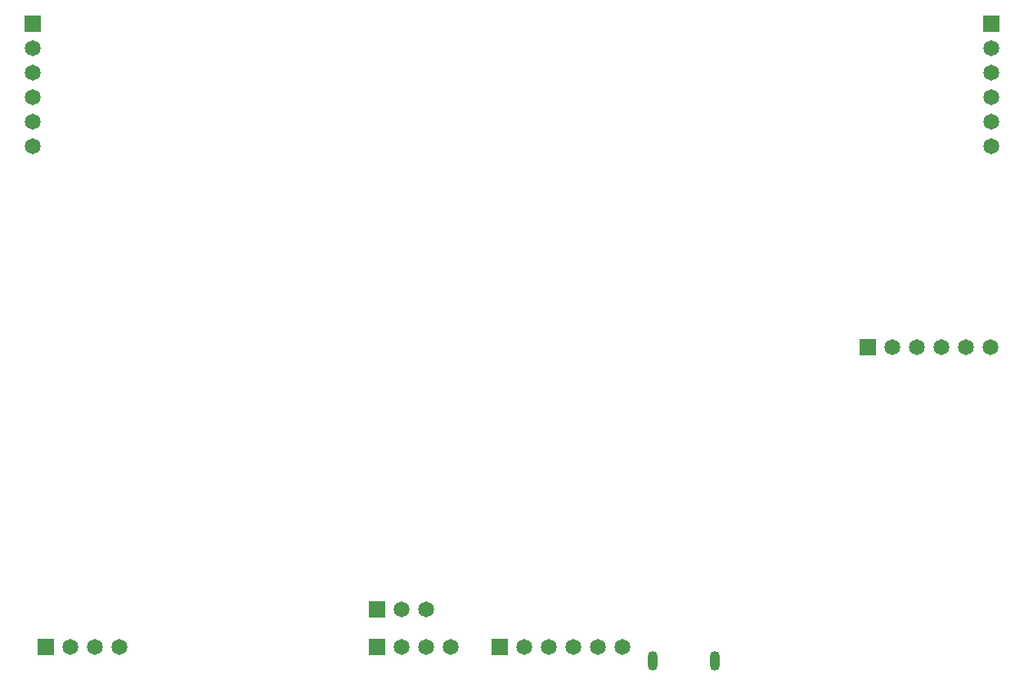
<source format=gbp>
G04 #@! TF.FileFunction,Paste,Bot*
%FSLAX46Y46*%
G04 Gerber Fmt 4.6, Leading zero omitted, Abs format (unit mm)*
G04 Created by KiCad (PCBNEW 4.0.6) date Sunday, October 29, 2017 'AMt' 11:13:45 AM*
%MOMM*%
%LPD*%
G01*
G04 APERTURE LIST*
%ADD10C,0.100000*%
%ADD11R,1.651000X1.651000*%
%ADD12C,1.651000*%
%ADD13O,1.016000X2.032000*%
G04 APERTURE END LIST*
D10*
D11*
X58300000Y-101840000D03*
D12*
X58300000Y-104380000D03*
X58300000Y-106920000D03*
X58300000Y-109460000D03*
X58300000Y-112000000D03*
X58300000Y-114540000D03*
X157600000Y-114540000D03*
X157600000Y-112000000D03*
X157600000Y-109460000D03*
X157600000Y-106920000D03*
X157600000Y-104380000D03*
D11*
X157600000Y-101840000D03*
X93960000Y-162540000D03*
D12*
X96500000Y-162540000D03*
X99040000Y-162540000D03*
X67310000Y-166390000D03*
X64770000Y-166390000D03*
X62230000Y-166390000D03*
D11*
X59690000Y-166390000D03*
D12*
X157500000Y-135340000D03*
X154960000Y-135340000D03*
X152420000Y-135340000D03*
X149880000Y-135340000D03*
X147340000Y-135340000D03*
D11*
X144800000Y-135340000D03*
X106700000Y-166390000D03*
D12*
X109240000Y-166390000D03*
X111780000Y-166390000D03*
X114320000Y-166390000D03*
X116860000Y-166390000D03*
X119400000Y-166390000D03*
D11*
X93990000Y-166390000D03*
D12*
X96530000Y-166390000D03*
X99070000Y-166390000D03*
X101610000Y-166390000D03*
D13*
X122524200Y-167865000D03*
X128975800Y-167865000D03*
M02*

</source>
